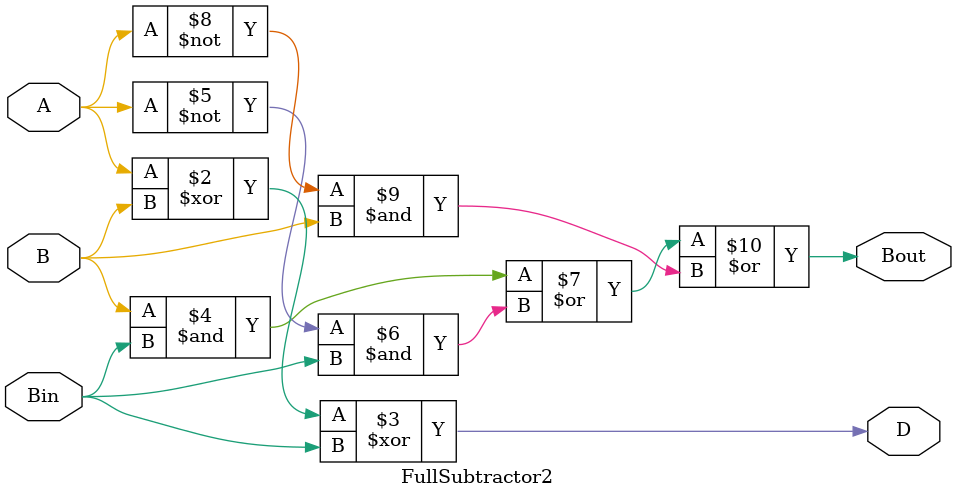
<source format=v>
`timescale 1ns / 1ps


module FullSubtractor2(input A,
    input B,
    input Bin,
    output D,
    output Bout
    );
    reg D,Bout;
    always @(A,B,Bin)
    begin
        D=A^B^Bin;
        Bout=(B&Bin) | ((~A)&Bin) | ((~A)&B);
    end
endmodule

</source>
